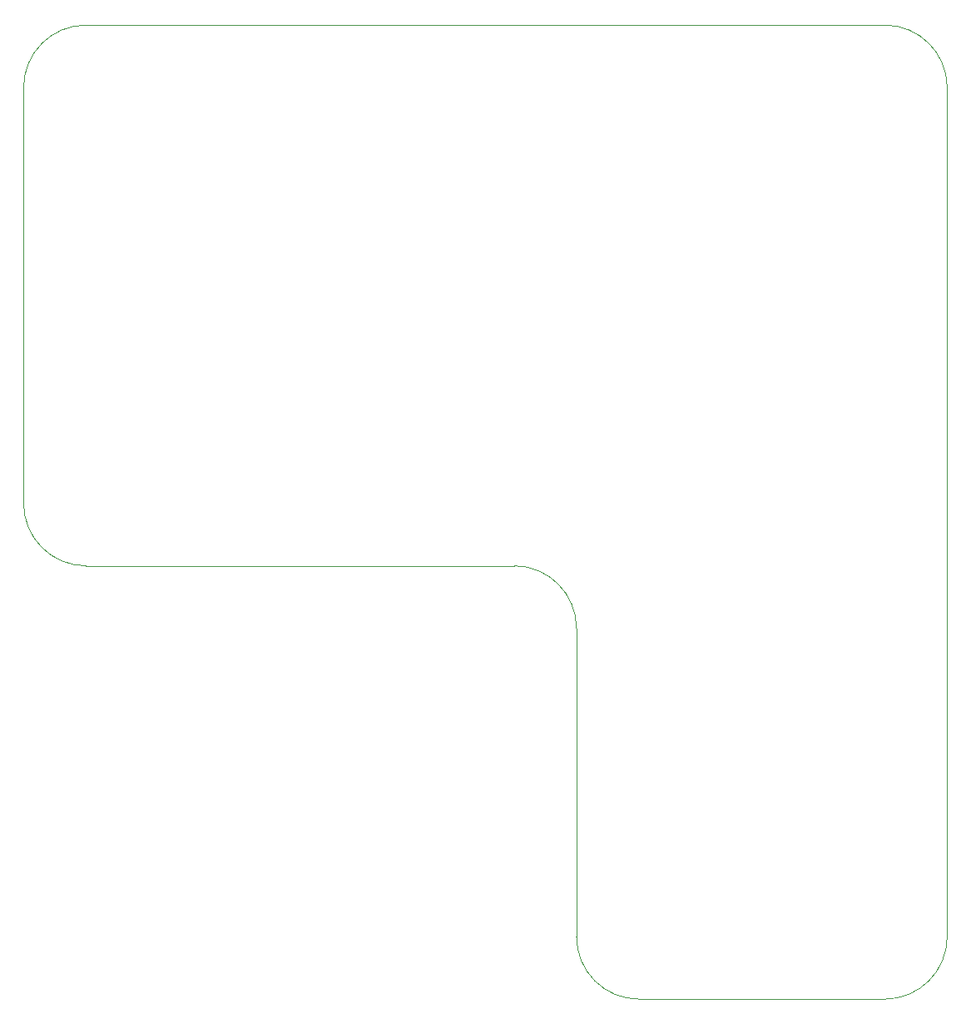
<source format=gbr>
%TF.GenerationSoftware,KiCad,Pcbnew,(5.1.9)-1*%
%TF.CreationDate,2021-07-15T19:20:44-04:00*%
%TF.ProjectId,detector_support,64657465-6374-46f7-925f-737570706f72,rev?*%
%TF.SameCoordinates,Original*%
%TF.FileFunction,Profile,NP*%
%FSLAX46Y46*%
G04 Gerber Fmt 4.6, Leading zero omitted, Abs format (unit mm)*
G04 Created by KiCad (PCBNEW (5.1.9)-1) date 2021-07-15 19:20:44*
%MOMM*%
%LPD*%
G01*
G04 APERTURE LIST*
%TA.AperFunction,Profile*%
%ADD10C,0.100000*%
%TD*%
G04 APERTURE END LIST*
D10*
X146431000Y-147320000D02*
G75*
G02*
X140081000Y-140970000I0J6350000D01*
G01*
X133731000Y-103251000D02*
G75*
G02*
X140081000Y-109601000I0J-6350000D01*
G01*
X133731000Y-103251000D02*
X90170000Y-103251000D01*
X140081000Y-140970000D02*
X140081000Y-109601000D01*
X90170000Y-103251000D02*
G75*
G02*
X83820000Y-96901000I0J6350000D01*
G01*
X83820000Y-54610000D02*
G75*
G02*
X90170000Y-48260000I6350000J0D01*
G01*
X171450000Y-48260000D02*
G75*
G02*
X177800000Y-54610000I0J-6350000D01*
G01*
X177800000Y-140970000D02*
G75*
G02*
X171450000Y-147320000I-6350000J0D01*
G01*
X83820000Y-96901000D02*
X83820000Y-54610000D01*
X171450000Y-147320000D02*
X146431000Y-147320000D01*
X177800000Y-54610000D02*
X177800000Y-140970000D01*
X90170000Y-48260000D02*
X171450000Y-48260000D01*
M02*

</source>
